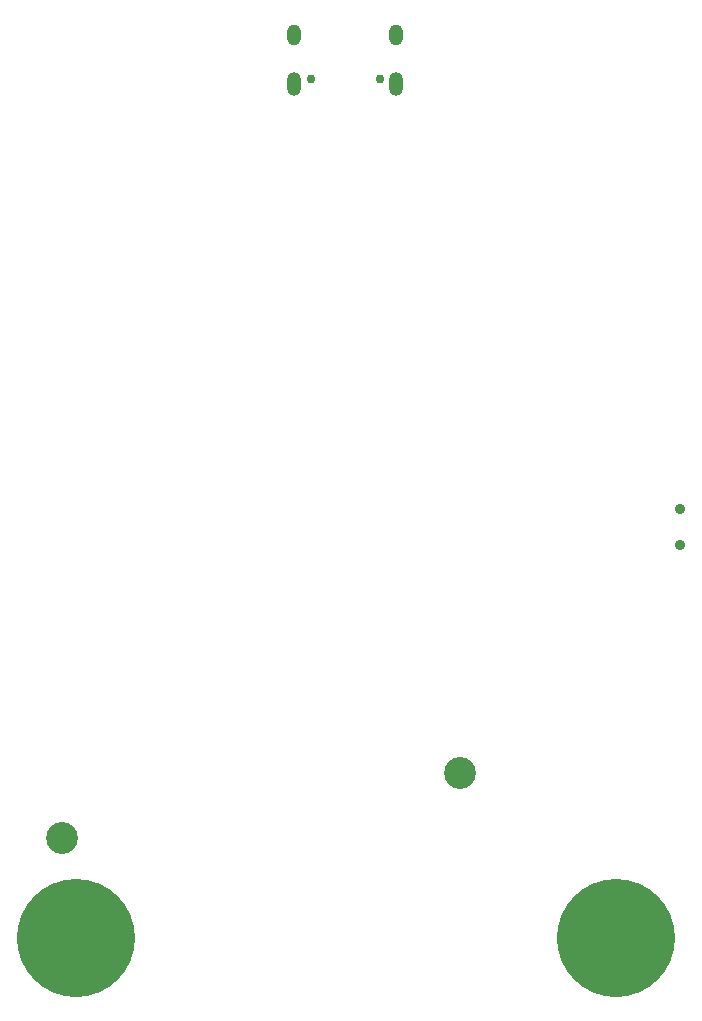
<source format=gts>
%TF.GenerationSoftware,KiCad,Pcbnew,(6.0.5)*%
%TF.CreationDate,2022-07-03T19:07:04+01:00*%
%TF.ProjectId,octoscale,6f63746f-7363-4616-9c65-2e6b69636164,rev?*%
%TF.SameCoordinates,Original*%
%TF.FileFunction,Soldermask,Top*%
%TF.FilePolarity,Negative*%
%FSLAX46Y46*%
G04 Gerber Fmt 4.6, Leading zero omitted, Abs format (unit mm)*
G04 Created by KiCad (PCBNEW (6.0.5)) date 2022-07-03 19:07:04*
%MOMM*%
%LPD*%
G01*
G04 APERTURE LIST*
%ADD10C,10.000000*%
%ADD11C,2.700000*%
%ADD12C,0.900000*%
%ADD13C,0.750000*%
%ADD14O,1.200000X2.000000*%
%ADD15O,1.200000X1.800000*%
G04 APERTURE END LIST*
D10*
%TO.C,TP2*%
X192935000Y-123000000D03*
%TD*%
D11*
%TO.C,H2*%
X146000000Y-114550000D03*
%TD*%
D10*
%TO.C,TP1*%
X147185000Y-123000000D03*
%TD*%
D11*
%TO.C,H4*%
X179700000Y-109100000D03*
%TD*%
D12*
%TO.C,SW3*%
X198355000Y-89750000D03*
X198355000Y-86750000D03*
%TD*%
D13*
%TO.C,J1*%
X172900000Y-50262500D03*
X167100000Y-50262500D03*
D14*
X165670000Y-50762500D03*
X174330000Y-50762500D03*
D15*
X165670000Y-46562500D03*
X174330000Y-46562500D03*
%TD*%
M02*

</source>
